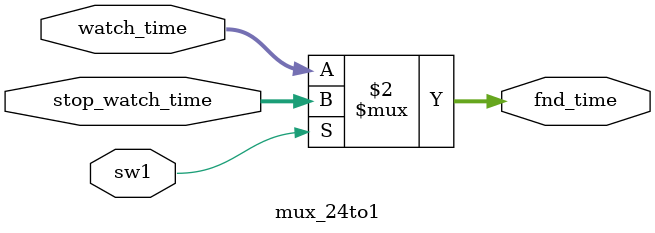
<source format=v>
`timescale 1ns / 1ps


module mux_24to1(
    input [23:0] watch_time,
    input [23:0] stop_watch_time,
    input sw1,

    output [23:0] fnd_time
    );

    assign fnd_time = (!sw1) ? watch_time : stop_watch_time;
    
endmodule

</source>
